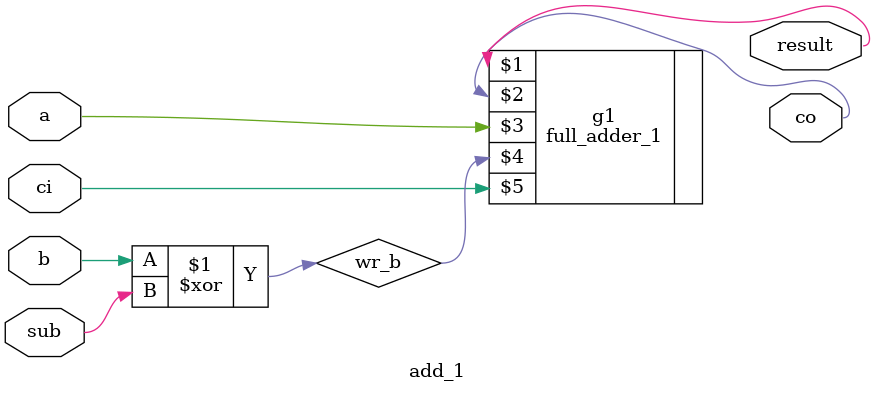
<source format=v>
module add_1(
	output result, 
	output co, 
	input a, 
	input b, 
	input ci, 
	input sub);

	wire wr_b;
	xor g0(wr_b, b, sub);
	full_adder_1 g1(result, co, a, wr_b, ci);

endmodule 
</source>
